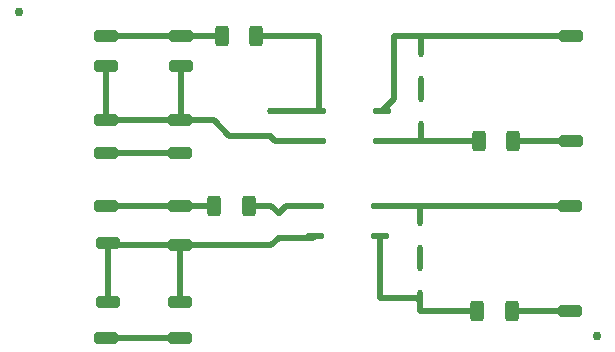
<source format=gtl>
%TF.GenerationSoftware,KiCad,Pcbnew,(6.0.0)*%
%TF.CreationDate,2022-01-10T14:57:04+03:00*%
%TF.ProjectId,ModuleControl,4d6f6475-6c65-4436-9f6e-74726f6c2e6b,rev?*%
%TF.SameCoordinates,Original*%
%TF.FileFunction,Copper,L1,Top*%
%TF.FilePolarity,Positive*%
%FSLAX46Y46*%
G04 Gerber Fmt 4.6, Leading zero omitted, Abs format (unit mm)*
G04 Created by KiCad (PCBNEW (6.0.0)) date 2022-01-10 14:57:04*
%MOMM*%
%LPD*%
G01*
G04 APERTURE LIST*
G04 Aperture macros list*
%AMRoundRect*
0 Rectangle with rounded corners*
0 $1 Rounding radius*
0 $2 $3 $4 $5 $6 $7 $8 $9 X,Y pos of 4 corners*
0 Add a 4 corners polygon primitive as box body*
4,1,4,$2,$3,$4,$5,$6,$7,$8,$9,$2,$3,0*
0 Add four circle primitives for the rounded corners*
1,1,$1+$1,$2,$3*
1,1,$1+$1,$4,$5*
1,1,$1+$1,$6,$7*
1,1,$1+$1,$8,$9*
0 Add four rect primitives between the rounded corners*
20,1,$1+$1,$2,$3,$4,$5,0*
20,1,$1+$1,$4,$5,$6,$7,0*
20,1,$1+$1,$6,$7,$8,$9,0*
20,1,$1+$1,$8,$9,$2,$3,0*%
G04 Aperture macros list end*
%TA.AperFunction,SMDPad,CuDef*%
%ADD10C,0.750000*%
%TD*%
%TA.AperFunction,SMDPad,CuDef*%
%ADD11RoundRect,0.250000X0.750000X-0.250000X0.750000X0.250000X-0.750000X0.250000X-0.750000X-0.250000X0*%
%TD*%
%TA.AperFunction,SMDPad,CuDef*%
%ADD12R,0.450000X0.600000*%
%TD*%
%TA.AperFunction,SMDPad,CuDef*%
%ADD13RoundRect,0.137500X-0.587500X-0.137500X0.587500X-0.137500X0.587500X0.137500X-0.587500X0.137500X0*%
%TD*%
%TA.AperFunction,SMDPad,CuDef*%
%ADD14RoundRect,0.249998X-0.312502X-0.625002X0.312502X-0.625002X0.312502X0.625002X-0.312502X0.625002X0*%
%TD*%
%TA.AperFunction,Conductor*%
%ADD15C,0.500000*%
%TD*%
G04 APERTURE END LIST*
D10*
%TO.P,REF\u002A\u002A,*%
%TO.N,*%
X172339000Y-87630000D03*
%TD*%
%TO.P,REF\u002A\u002A,*%
%TO.N,*%
X123444000Y-60198000D03*
%TD*%
D11*
%TO.P,H14,1,1*%
%TO.N,Net-(D1-Pad2)*%
X137029000Y-84709000D03*
%TD*%
%TO.P,H10,1,1*%
%TO.N,Net-(D2-Pad2)*%
X137160000Y-64770000D03*
%TD*%
D12*
%TO.P,D2,2,A*%
%TO.N,Net-(D2-Pad2)*%
X144653000Y-70646000D03*
%TO.P,D2,1,K*%
%TO.N,Net-(D2-Pad1)*%
X144653000Y-68546000D03*
%TD*%
%TO.P,D1,2,A*%
%TO.N,Net-(D1-Pad2)*%
X145411000Y-79282000D03*
%TO.P,D1,1,K*%
%TO.N,Net-(D1-Pad1)*%
X145411000Y-77182000D03*
%TD*%
D11*
%TO.P,H20,1,1*%
%TO.N,Net-(F1-Pad2)*%
X170049000Y-85471000D03*
%TD*%
%TO.P,H19,1,1*%
%TO.N,Net-(D3-Pad2)*%
X170049000Y-76581000D03*
%TD*%
%TO.P,H18,1,1*%
%TO.N,Net-(F2-Pad2)*%
X170180000Y-71120000D03*
%TD*%
%TO.P,H17,1,1*%
%TO.N,Net-(D5-Pad2)*%
X170180000Y-62230000D03*
%TD*%
%TO.P,H16,1,1*%
%TO.N,Net-(H16-Pad1)*%
X137029000Y-87757000D03*
%TD*%
%TO.P,H15,1,1*%
%TO.N,Net-(D1-Pad2)*%
X137029000Y-79883000D03*
%TD*%
%TO.P,H13,1,1*%
%TO.N,Net-(H13-Pad1)*%
X137029000Y-76581000D03*
%TD*%
%TO.P,H12,1,1*%
%TO.N,Net-(H12-Pad1)*%
X137033000Y-72136000D03*
%TD*%
%TO.P,H11,1,1*%
%TO.N,Net-(D2-Pad2)*%
X137033000Y-69342000D03*
%TD*%
%TO.P,H9,1,1*%
%TO.N,Net-(H1-Pad1)*%
X137160000Y-62230000D03*
%TD*%
%TO.P,H8,1,1*%
%TO.N,Net-(H16-Pad1)*%
X130806000Y-87757000D03*
%TD*%
%TO.P,H7,1,1*%
%TO.N,Net-(D1-Pad2)*%
X130933000Y-84709000D03*
%TD*%
%TO.P,H6,1,1*%
%TO.N,Net-(D1-Pad2)*%
X130933000Y-79756000D03*
%TD*%
%TO.P,H5,1,1*%
%TO.N,Net-(H13-Pad1)*%
X130806000Y-76581000D03*
%TD*%
%TO.P,H4,1,1*%
%TO.N,Net-(H12-Pad1)*%
X130810000Y-72136000D03*
%TD*%
%TO.P,H3,1,1*%
%TO.N,Net-(D2-Pad2)*%
X130810000Y-69342000D03*
%TD*%
%TO.P,H2,1,1*%
%TO.N,Net-(D2-Pad2)*%
X130810000Y-64770000D03*
%TD*%
%TO.P,H1,1,1*%
%TO.N,Net-(H1-Pad1)*%
X130810000Y-62230000D03*
%TD*%
D13*
%TO.P,U1,4*%
%TO.N,Net-(D3-Pad2)*%
X154003000Y-76581000D03*
%TO.P,U1,3*%
%TO.N,Net-(D4-Pad2)*%
X154003000Y-79121000D03*
%TO.P,U1,2*%
%TO.N,Net-(D1-Pad2)*%
X148503000Y-79121000D03*
%TO.P,U1,1*%
%TO.N,Net-(D1-Pad1)*%
X148503000Y-76581000D03*
%TD*%
%TO.P,U2,4*%
%TO.N,Net-(D5-Pad2)*%
X154134000Y-68580000D03*
%TO.P,U2,3*%
%TO.N,Net-(D6-Pad2)*%
X154134000Y-71120000D03*
%TO.P,U2,2*%
%TO.N,Net-(D2-Pad2)*%
X148634000Y-71120000D03*
%TO.P,U2,1*%
%TO.N,Net-(D2-Pad1)*%
X148634000Y-68580000D03*
%TD*%
D14*
%TO.P,R1,2*%
%TO.N,Net-(D1-Pad1)*%
X142875000Y-76581000D03*
%TO.P,R1,1*%
%TO.N,Net-(H13-Pad1)*%
X139950000Y-76581000D03*
%TD*%
%TO.P,R2,2*%
%TO.N,Net-(D2-Pad1)*%
X143510000Y-62230000D03*
%TO.P,R2,1*%
%TO.N,Net-(H1-Pad1)*%
X140585000Y-62230000D03*
%TD*%
%TO.P,F1,2*%
%TO.N,Net-(F1-Pad2)*%
X165161500Y-85471000D03*
%TO.P,F1,1*%
%TO.N,Net-(D4-Pad2)*%
X162236500Y-85471000D03*
%TD*%
%TO.P,F2,2*%
%TO.N,Net-(F2-Pad2)*%
X165292500Y-71120000D03*
%TO.P,F2,1*%
%TO.N,Net-(D6-Pad2)*%
X162367500Y-71120000D03*
%TD*%
D12*
%TO.P,D4,1,K*%
%TO.N,Net-(D3-Pad1)*%
X157349000Y-81881000D03*
%TO.P,D4,2,A*%
%TO.N,Net-(D4-Pad2)*%
X157349000Y-83981000D03*
%TD*%
%TO.P,D3,1,K*%
%TO.N,Net-(D3-Pad1)*%
X157349000Y-80171000D03*
%TO.P,D3,2,A*%
%TO.N,Net-(D3-Pad2)*%
X157349000Y-78071000D03*
%TD*%
%TO.P,D6,2,A*%
%TO.N,Net-(D6-Pad2)*%
X157480000Y-69630000D03*
%TO.P,D6,1,K*%
%TO.N,Net-(D5-Pad1)*%
X157480000Y-67530000D03*
%TD*%
%TO.P,D5,2,A*%
%TO.N,Net-(D5-Pad2)*%
X157480000Y-63720000D03*
%TO.P,D5,1,K*%
%TO.N,Net-(D5-Pad1)*%
X157480000Y-65820000D03*
%TD*%
D15*
%TO.N,Net-(D2-Pad2)*%
X139954000Y-69342000D02*
X137033000Y-69342000D01*
X144653000Y-70646000D02*
X141258000Y-70646000D01*
X141258000Y-70646000D02*
X139954000Y-69342000D01*
X137160000Y-69215000D02*
X137033000Y-69342000D01*
X137160000Y-64770000D02*
X137160000Y-69215000D01*
X130810000Y-64770000D02*
X130810000Y-69342000D01*
%TO.N,Net-(D3-Pad2)*%
X157349000Y-78071000D02*
X157349000Y-76581000D01*
%TO.N,Net-(D3-Pad1)*%
X157349000Y-80171000D02*
X157349000Y-81881000D01*
%TO.N,Net-(D4-Pad2)*%
X154003000Y-79121000D02*
X154003000Y-84411000D01*
X157349000Y-84201000D02*
X157349000Y-83981000D01*
X157139000Y-84411000D02*
X157349000Y-84201000D01*
X162236500Y-85471000D02*
X157349000Y-85471000D01*
X157349000Y-84621000D02*
X157139000Y-84411000D01*
%TO.N,Net-(D5-Pad2)*%
X155194000Y-67520000D02*
X154134000Y-68580000D01*
X155194000Y-62230000D02*
X155194000Y-67520000D01*
X157480000Y-63720000D02*
X157480000Y-62230000D01*
%TO.N,Net-(D5-Pad1)*%
X157480000Y-65820000D02*
X157480000Y-67530000D01*
%TO.N,Net-(D6-Pad2)*%
X157480000Y-69630000D02*
X157480000Y-71120000D01*
%TO.N,Net-(F1-Pad2)*%
X170049000Y-85471000D02*
X165161500Y-85471000D01*
%TO.N,Net-(F2-Pad2)*%
X170180000Y-71120000D02*
X165292500Y-71120000D01*
%TO.N,Net-(H1-Pad1)*%
X130810000Y-62230000D02*
X137160000Y-62230000D01*
X137160000Y-62230000D02*
X140585000Y-62230000D01*
%TO.N,Net-(D2-Pad1)*%
X148844000Y-68370000D02*
X148634000Y-68580000D01*
X148844000Y-62230000D02*
X148844000Y-68370000D01*
%TO.N,Net-(D1-Pad2)*%
X148342000Y-79282000D02*
X148503000Y-79121000D01*
X145411000Y-79282000D02*
X148342000Y-79282000D01*
X144810000Y-79883000D02*
X145411000Y-79282000D01*
X137029000Y-79883000D02*
X144810000Y-79883000D01*
X137029000Y-79883000D02*
X137029000Y-84709000D01*
X130933000Y-79756000D02*
X130933000Y-84709000D01*
X131060000Y-79883000D02*
X130933000Y-79756000D01*
X137029000Y-79883000D02*
X131060000Y-79883000D01*
%TO.N,Net-(D1-Pad1)*%
X144810000Y-76581000D02*
X145411000Y-77182000D01*
X142875000Y-76581000D02*
X144810000Y-76581000D01*
X146012000Y-76581000D02*
X145411000Y-77182000D01*
X148503000Y-76581000D02*
X146012000Y-76581000D01*
%TO.N,Net-(D2-Pad2)*%
X145127000Y-71120000D02*
X144653000Y-70646000D01*
X148634000Y-71120000D02*
X145127000Y-71120000D01*
X130810000Y-69342000D02*
X137033000Y-69342000D01*
%TO.N,Net-(D3-Pad2)*%
X154003000Y-76581000D02*
X170049000Y-76581000D01*
%TO.N,Net-(D4-Pad2)*%
X154003000Y-84411000D02*
X157139000Y-84411000D01*
X157349000Y-83981000D02*
X157349000Y-85090000D01*
X157349000Y-85090000D02*
X157349000Y-84621000D01*
X157349000Y-85471000D02*
X157349000Y-85090000D01*
%TO.N,Net-(H12-Pad1)*%
X137033000Y-72136000D02*
X130810000Y-72136000D01*
%TO.N,Net-(H13-Pad1)*%
X137029000Y-76581000D02*
X139950000Y-76581000D01*
X137029000Y-76581000D02*
X130806000Y-76581000D01*
%TO.N,Net-(H16-Pad1)*%
X130806000Y-87757000D02*
X137156000Y-87757000D01*
%TO.N,Net-(D2-Pad1)*%
X148844000Y-62230000D02*
X143510000Y-62230000D01*
X144687000Y-68580000D02*
X144653000Y-68546000D01*
X148634000Y-68580000D02*
X144687000Y-68580000D01*
%TO.N,Net-(D5-Pad2)*%
X170180000Y-62230000D02*
X155194000Y-62230000D01*
%TO.N,Net-(D6-Pad2)*%
X162367500Y-71120000D02*
X154134000Y-71120000D01*
%TD*%
M02*

</source>
